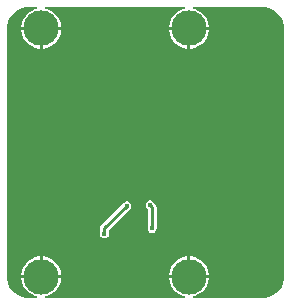
<source format=gbl>
G04*
G04 #@! TF.GenerationSoftware,Altium Limited,Altium Designer,23.4.1 (23)*
G04*
G04 Layer_Physical_Order=4*
G04 Layer_Color=16711680*
%FSLAX44Y44*%
%MOMM*%
G71*
G04*
G04 #@! TF.SameCoordinates,119376F5-832C-499C-A5AA-40DF592A9E39*
G04*
G04*
G04 #@! TF.FilePolarity,Positive*
G04*
G01*
G75*
%ADD10C,0.2500*%
%ADD32C,3.0000*%
%ADD33C,0.4064*%
%ADD34C,0.4060*%
G36*
X222859Y246271D02*
X226128Y244917D01*
X229069Y242951D01*
X231571Y240449D01*
X233537Y237508D01*
X234891Y234239D01*
X235581Y230769D01*
Y229000D01*
X235581Y19000D01*
X235581Y17231D01*
X234891Y13761D01*
X233537Y10492D01*
X231571Y7551D01*
X229069Y5049D01*
X226127Y3083D01*
X222859Y1729D01*
X219389Y1039D01*
X217620Y1039D01*
X158464Y1039D01*
X158339Y2309D01*
X160069Y2653D01*
X163163Y3935D01*
X165947Y5795D01*
X168315Y8163D01*
X170175Y10948D01*
X171457Y14041D01*
X172110Y17326D01*
Y17750D01*
X155110D01*
X138110D01*
Y17326D01*
X138764Y14041D01*
X140045Y10948D01*
X141905Y8163D01*
X144273Y5795D01*
X147058Y3935D01*
X150151Y2653D01*
X151882Y2309D01*
X151756Y1039D01*
X33463Y1039D01*
X33338Y2309D01*
X35069Y2653D01*
X38163Y3935D01*
X40947Y5795D01*
X43315Y8163D01*
X45175Y10948D01*
X46457Y14041D01*
X47110Y17326D01*
Y17750D01*
X30110D01*
X13110D01*
Y17326D01*
X13764Y14041D01*
X15045Y10948D01*
X16905Y8163D01*
X19273Y5795D01*
X22058Y3935D01*
X25151Y2653D01*
X26882Y2309D01*
X26757Y1039D01*
X17231D01*
X13761Y1729D01*
X10492Y3083D01*
X7551Y5049D01*
X5049Y7551D01*
X3083Y10492D01*
X1729Y13761D01*
X1039Y17231D01*
Y19000D01*
Y229000D01*
Y230769D01*
X1729Y234239D01*
X3083Y237508D01*
X5049Y240449D01*
X7551Y242951D01*
X10492Y244917D01*
X13761Y246271D01*
X17231Y246961D01*
X19000Y246961D01*
X26757D01*
X26882Y245691D01*
X25151Y245347D01*
X22058Y244065D01*
X19273Y242205D01*
X16905Y239837D01*
X15045Y237052D01*
X13764Y233959D01*
X13110Y230674D01*
Y230250D01*
X30110D01*
Y229000D01*
D01*
Y230250D01*
X47110D01*
Y230674D01*
X46457Y233959D01*
X45175Y237052D01*
X43315Y239837D01*
X40947Y242205D01*
X38163Y244065D01*
X35069Y245347D01*
X33339Y245691D01*
X33464Y246961D01*
X151757Y246961D01*
X151882Y245691D01*
X150151Y245347D01*
X147058Y244065D01*
X144273Y242205D01*
X141905Y239837D01*
X140045Y237052D01*
X138764Y233959D01*
X138110Y230674D01*
Y230250D01*
X155110D01*
X172110D01*
Y230674D01*
X171457Y233959D01*
X170175Y237052D01*
X168315Y239837D01*
X165947Y242205D01*
X163163Y244065D01*
X160069Y245347D01*
X158338Y245691D01*
X158463Y246961D01*
X217620Y246961D01*
X219389D01*
X222859Y246271D01*
D02*
G37*
%LPC*%
G36*
X172110Y227750D02*
X156360D01*
Y212000D01*
X156784D01*
X160069Y212653D01*
X163163Y213935D01*
X165947Y215795D01*
X168315Y218163D01*
X170175Y220947D01*
X171457Y224041D01*
X172110Y227326D01*
Y227750D01*
D02*
G37*
G36*
X153860D02*
X138110D01*
Y227326D01*
X138764Y224041D01*
X140045Y220947D01*
X141905Y218163D01*
X144273Y215795D01*
X147058Y213935D01*
X150151Y212653D01*
X153436Y212000D01*
X153860D01*
Y227750D01*
D02*
G37*
G36*
X47110Y227750D02*
X31360D01*
Y212000D01*
X31785D01*
X35069Y212653D01*
X38163Y213935D01*
X40947Y215795D01*
X43315Y218163D01*
X45175Y220947D01*
X46457Y224041D01*
X47110Y227326D01*
Y227750D01*
D02*
G37*
G36*
X28860D02*
X13110D01*
Y227326D01*
X13764Y224041D01*
X15045Y220947D01*
X16905Y218163D01*
X19273Y215795D01*
X22058Y213935D01*
X25151Y212653D01*
X28436Y212000D01*
X28860D01*
Y227750D01*
D02*
G37*
G36*
X122348Y83495D02*
X120869Y83201D01*
X119616Y82363D01*
X118778Y81109D01*
X118484Y79630D01*
Y79207D01*
X118778Y77729D01*
X119616Y76475D01*
X120108Y75983D01*
Y59785D01*
X120402Y58307D01*
X121240Y57053D01*
X122493Y56215D01*
X123972Y55921D01*
X125451Y56215D01*
X126704Y57053D01*
X127542Y58307D01*
X127836Y59785D01*
Y77583D01*
X127836Y77583D01*
X127542Y79062D01*
X126704Y80316D01*
X125920Y81100D01*
X125918Y81109D01*
X125080Y82363D01*
X123827Y83201D01*
X122348Y83495D01*
D02*
G37*
G36*
X102536Y82733D02*
X101057Y82438D01*
X99804Y81601D01*
X80834Y62631D01*
X79996Y61377D01*
X79702Y59899D01*
Y55118D01*
X79996Y53639D01*
X80834Y52386D01*
X82087Y51548D01*
X83566Y51254D01*
X85045Y51548D01*
X86298Y52386D01*
X87136Y53639D01*
X87430Y55118D01*
Y58298D01*
X105268Y76136D01*
X106106Y77390D01*
X106400Y78868D01*
X106106Y80347D01*
X105268Y81601D01*
X104015Y82438D01*
X102536Y82733D01*
D02*
G37*
G36*
X31785Y36000D02*
X31360D01*
Y20250D01*
X47110D01*
Y20674D01*
X46457Y23959D01*
X45175Y27053D01*
X43315Y29837D01*
X40947Y32205D01*
X38163Y34065D01*
X35069Y35347D01*
X31785Y36000D01*
D02*
G37*
G36*
X28860D02*
X28436D01*
X25151Y35347D01*
X22058Y34065D01*
X19273Y32205D01*
X16905Y29837D01*
X15045Y27053D01*
X13764Y23959D01*
X13110Y20674D01*
Y20250D01*
X28860D01*
Y36000D01*
D02*
G37*
G36*
X156784D02*
X156360D01*
Y20250D01*
X172110D01*
Y20674D01*
X171457Y23959D01*
X170175Y27053D01*
X168315Y29837D01*
X165947Y32205D01*
X163163Y34065D01*
X160069Y35347D01*
X156784Y36000D01*
D02*
G37*
G36*
X153860D02*
X153436D01*
X150151Y35347D01*
X147058Y34065D01*
X144273Y32205D01*
X141905Y29837D01*
X140045Y27053D01*
X138764Y23959D01*
X138110Y20674D01*
Y20250D01*
X153860D01*
Y36000D01*
D02*
G37*
%LPD*%
D10*
X123972Y59785D02*
Y77583D01*
X122348Y79207D02*
Y79630D01*
Y79207D02*
X123972Y77583D01*
X83566Y55118D02*
Y59899D01*
X102536Y78868D01*
D32*
X30110Y229000D02*
D03*
X155110Y19000D02*
D03*
X30110D02*
D03*
X155110Y229000D02*
D03*
D33*
X123972Y59785D02*
D03*
X159475Y194108D02*
D03*
X75692Y176784D02*
D03*
X80772Y186182D02*
D03*
X53086Y176530D02*
D03*
X76500Y161319D02*
D03*
X53848Y161290D02*
D03*
X52578Y146558D02*
D03*
X77216Y146304D02*
D03*
X53340Y131318D02*
D03*
X78994D02*
D03*
X53594Y116332D02*
D03*
X77978D02*
D03*
X76500Y86458D02*
D03*
X29671Y181540D02*
D03*
Y66478D02*
D03*
X87630Y110490D02*
D03*
X153416Y87376D02*
D03*
X142494D02*
D03*
X128524Y23876D02*
D03*
X111760D02*
D03*
X94996D02*
D03*
X87122Y44196D02*
D03*
X102616Y45212D02*
D03*
X123694Y40038D02*
D03*
X83566Y55118D02*
D03*
X116252Y104015D02*
D03*
X101520Y102999D02*
D03*
X131746Y83948D02*
D03*
X122348Y79630D02*
D03*
X102536Y78868D02*
D03*
X101963Y146500D02*
D03*
X3556Y229616D02*
D03*
X17018Y244348D02*
D03*
X3556Y30734D02*
D03*
X5588Y11430D02*
D03*
X18288Y3556D02*
D03*
X226314Y6350D02*
D03*
X233172Y19558D02*
D03*
Y48260D02*
D03*
Y67310D02*
D03*
Y91186D02*
D03*
Y124460D02*
D03*
Y153162D02*
D03*
Y177038D02*
D03*
Y200914D02*
D03*
Y219964D02*
D03*
X228346Y240030D02*
D03*
X207264Y244602D02*
D03*
X185674D02*
D03*
X167386D02*
D03*
X133096Y212598D02*
D03*
X141986Y244602D02*
D03*
X119126D02*
D03*
X99060D02*
D03*
X81280D02*
D03*
X61468D02*
D03*
X42164D02*
D03*
X190474Y103886D02*
D03*
X160528Y109220D02*
D03*
X140716Y112268D02*
D03*
X128270Y109220D02*
D03*
X113284Y115062D02*
D03*
X99568Y129286D02*
D03*
X190500Y194818D02*
D03*
X191008Y164084D02*
D03*
X190754Y134112D02*
D03*
X160528Y128524D02*
D03*
X161036Y138938D02*
D03*
X154432Y129032D02*
D03*
X147574Y136398D02*
D03*
X133604Y136144D02*
D03*
X126746Y144272D02*
D03*
X127508Y129286D02*
D03*
X112268Y144526D02*
D03*
X86233Y163233D02*
D03*
X110873Y171127D02*
D03*
X101854Y189230D02*
D03*
X85344Y188722D02*
D03*
X160528D02*
D03*
Y158750D02*
D03*
X160782Y169164D02*
D03*
X139700Y159004D02*
D03*
X116078Y163830D02*
D03*
X136906Y172212D02*
D03*
X143000Y199000D02*
D03*
X129000Y198000D02*
D03*
X123000Y189000D02*
D03*
X151000D02*
D03*
X164236Y164000D02*
D03*
X164263Y134000D02*
D03*
X164000Y104027D02*
D03*
D34*
X217750Y224001D02*
D03*
Y184001D02*
D03*
X207750Y164001D02*
D03*
X217750Y144001D02*
D03*
X207750Y124001D02*
D03*
X217750Y104001D02*
D03*
X207750Y84001D02*
D03*
X217750Y64001D02*
D03*
Y24001D02*
D03*
X207750Y4001D02*
D03*
X197750Y224001D02*
D03*
Y184001D02*
D03*
Y144001D02*
D03*
Y64001D02*
D03*
Y24001D02*
D03*
X187750Y4001D02*
D03*
X177750Y224001D02*
D03*
X167750Y204001D02*
D03*
Y44001D02*
D03*
X177750Y24001D02*
D03*
X167750Y4001D02*
D03*
X147750Y44001D02*
D03*
X127750Y164001D02*
D03*
X137750Y104001D02*
D03*
X127750Y4001D02*
D03*
X117750Y224001D02*
D03*
X107750Y204001D02*
D03*
X117750Y144001D02*
D03*
X107750Y4001D02*
D03*
X97750Y224001D02*
D03*
X87750Y204001D02*
D03*
Y124001D02*
D03*
Y4001D02*
D03*
X77750Y224001D02*
D03*
X67750Y204001D02*
D03*
X77750Y104001D02*
D03*
X67750Y44001D02*
D03*
X77750Y24001D02*
D03*
X67750Y4001D02*
D03*
X57750Y224001D02*
D03*
X47750Y204001D02*
D03*
X57750Y184001D02*
D03*
Y64001D02*
D03*
X47750Y44001D02*
D03*
X57750Y24001D02*
D03*
X47750Y4001D02*
D03*
X27750Y164001D02*
D03*
X37750Y144001D02*
D03*
X27750Y124001D02*
D03*
X37750Y104001D02*
D03*
X27750Y84001D02*
D03*
X7750Y204001D02*
D03*
Y164001D02*
D03*
X17750Y144001D02*
D03*
X7750Y124001D02*
D03*
X17750Y104001D02*
D03*
X7750Y84001D02*
D03*
Y44001D02*
D03*
M02*

</source>
